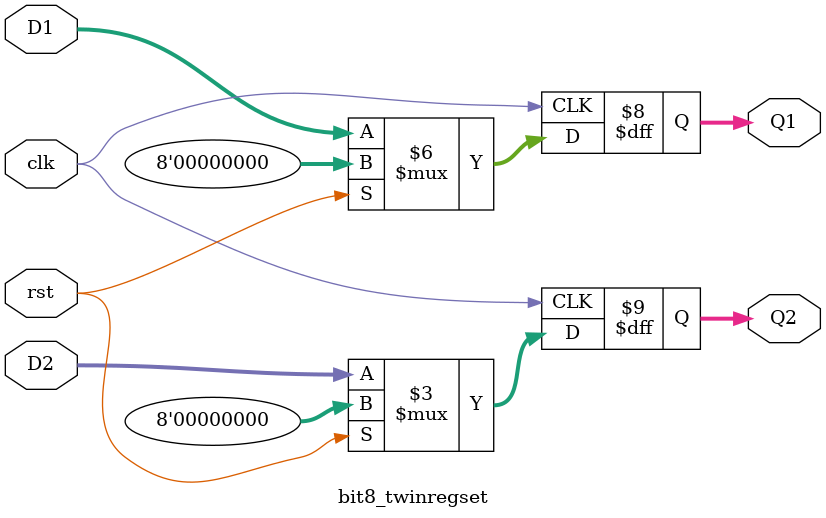
<source format=v>
module bit8_twinregset(Q1, Q2,clk,rst,D1,D2);

input clk,rst;
input [7:0]D1,D2;
output reg [7:0]Q1,Q2;

always@(posedge clk)
        if(rst) begin
            Q1 <= 0; //8-bit set of flip flops
            Q2 <= 0;
        end
        else begin
            Q1 <= D1;
            Q2 <= D2;
        end

endmodule
</source>
